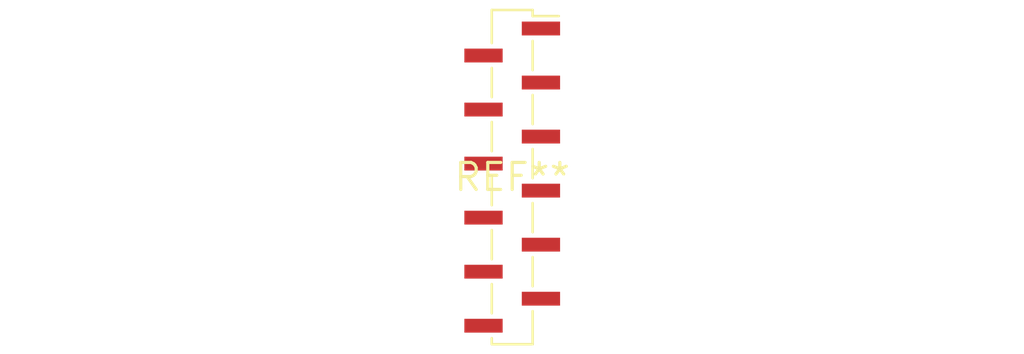
<source format=kicad_pcb>
(kicad_pcb (version 20240108) (generator pcbnew)
  (layers (0 "F.Cu" signal) (31 "B.Cu" signal) (34 "B.Paste" user) (35 "F.Paste" user) (36 "B.SilkS" user "B.Silkscreen") (37 "F.SilkS" user "F.Silkscreen") (38 "B.Mask" user) (39 "F.Mask" user) (44 "Edge.Cuts" user))
  (net 0 "")
  (footprint "PinSocket_1x12_P1.27mm_Vertical_SMD_Pin1Right" (layer "F.Cu") (at 0 0)
    (property "Reference" "REF**")
    (property "Value" "PinSocket_1x12_P1.27mm_Vertical_SMD_Pin1Right")
    (fp_line (start -0.96 -7.855) (end -0.96 -6.3) (layer "F.SilkS") (stroke (width 0.12)))
    (fp_line (start -0.96 -7.855) (end 0.96 -7.855) (layer "F.SilkS") (stroke (width 0.12)))
    (fp_line (start -0.96 -5.13) (end -0.96 -3.76) (layer "F.SilkS") (stroke (width 0.12)))
    (fp_line (start -0.96 -2.59) (end -0.96 -1.22) (layer "F.SilkS") (stroke (width 0.12)))
    (fp_line (start -0.96 -0.05) (end -0.96 1.32) (layer "F.SilkS") (stroke (width 0.12)))
    (fp_line (start -0.96 2.49) (end -0.96 3.86) (layer "F.SilkS") (stroke (width 0.12)))
    (fp_line (start -0.96 5.03) (end -0.96 6.4) (layer "F.SilkS") (stroke (width 0.12)))
    (fp_line (start -0.96 7.57) (end -0.96 7.855) (layer "F.SilkS") (stroke (width 0.12)))
    (fp_line (start -0.96 7.855) (end 0.96 7.855) (layer "F.SilkS") (stroke (width 0.12)))
    (fp_line (start 0.96 -7.855) (end 0.96 -7.57) (layer "F.SilkS") (stroke (width 0.12)))
    (fp_line (start 0.96 -7.57) (end 2.19 -7.57) (layer "F.SilkS") (stroke (width 0.12)))
    (fp_line (start 0.96 -6.4) (end 0.96 -5.03) (layer "F.SilkS") (stroke (width 0.12)))
    (fp_line (start 0.96 -3.86) (end 0.96 -2.49) (layer "F.SilkS") (stroke (width 0.12)))
    (fp_line (start 0.96 -1.32) (end 0.96 0.05) (layer "F.SilkS") (stroke (width 0.12)))
    (fp_line (start 0.96 1.22) (end 0.96 2.59) (layer "F.SilkS") (stroke (width 0.12)))
    (fp_line (start 0.96 3.76) (end 0.96 5.13) (layer "F.SilkS") (stroke (width 0.12)))
    (fp_line (start 0.96 6.3) (end 0.96 7.855) (layer "F.SilkS") (stroke (width 0.12)))
    (pad "1" smd rect (at 1.35 -6.985) (size 1.8 0.65) (layers "F.Cu" "F.Paste" "F.Mask"))
    (pad "2" smd rect (at -1.35 -5.715) (size 1.8 0.65) (layers "F.Cu" "F.Paste" "F.Mask"))
    (pad "3" smd rect (at 1.35 -4.445) (size 1.8 0.65) (layers "F.Cu" "F.Paste" "F.Mask"))
    (pad "4" smd rect (at -1.35 -3.175) (size 1.8 0.65) (layers "F.Cu" "F.Paste" "F.Mask"))
    (pad "5" smd rect (at 1.35 -1.905) (size 1.8 0.65) (layers "F.Cu" "F.Paste" "F.Mask"))
    (pad "6" smd rect (at -1.35 -0.635) (size 1.8 0.65) (layers "F.Cu" "F.Paste" "F.Mask"))
    (pad "7" smd rect (at 1.35 0.635) (size 1.8 0.65) (layers "F.Cu" "F.Paste" "F.Mask"))
    (pad "8" smd rect (at -1.35 1.905) (size 1.8 0.65) (layers "F.Cu" "F.Paste" "F.Mask"))
    (pad "9" smd rect (at 1.35 3.175) (size 1.8 0.65) (layers "F.Cu" "F.Paste" "F.Mask"))
    (pad "10" smd rect (at -1.35 4.445) (size 1.8 0.65) (layers "F.Cu" "F.Paste" "F.Mask"))
    (pad "11" smd rect (at 1.35 5.715) (size 1.8 0.65) (layers "F.Cu" "F.Paste" "F.Mask"))
    (pad "12" smd rect (at -1.35 6.985) (size 1.8 0.65) (layers "F.Cu" "F.Paste" "F.Mask"))
  )
)
</source>
